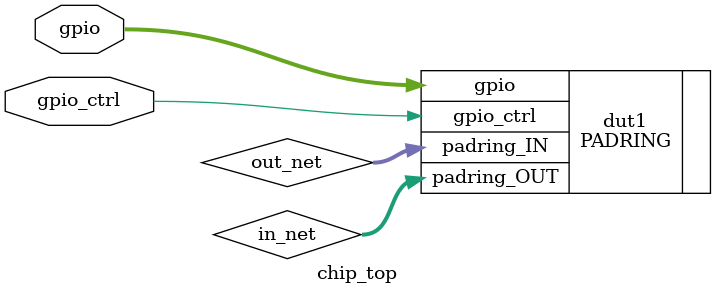
<source format=v>
module chip_top #(parameter gpio_width = 15,
                  data_width = 15)(
    inout [gpio_width-1 : 0]  gpio,
    inout                     gpio_ctrl
);

    wire [data_width-1 : 0]in_net, out_net;
    PADRING dut1 (.gpio(gpio), .gpio_ctrl(gpio_ctrl), .padring_OUT(in_net), .padring_IN(out_net));


endmodule

</source>
